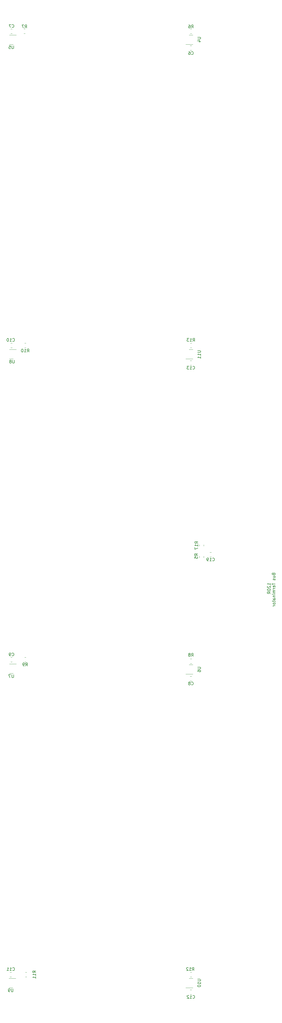
<source format=gbr>
%TF.GenerationSoftware,KiCad,Pcbnew,(6.0.6-0)*%
%TF.CreationDate,2022-11-06T01:46:37-08:00*%
%TF.ProjectId,Slave Board,536c6176-6520-4426-9f61-72642e6b6963,rev?*%
%TF.SameCoordinates,Original*%
%TF.FileFunction,Legend,Bot*%
%TF.FilePolarity,Positive*%
%FSLAX46Y46*%
G04 Gerber Fmt 4.6, Leading zero omitted, Abs format (unit mm)*
G04 Created by KiCad (PCBNEW (6.0.6-0)) date 2022-11-06 01:46:37*
%MOMM*%
%LPD*%
G01*
G04 APERTURE LIST*
%ADD10C,0.150000*%
%ADD11C,0.120000*%
G04 APERTURE END LIST*
D10*
X292509380Y-229338380D02*
X292509380Y-228766952D01*
X292509380Y-229052666D02*
X291509380Y-229052666D01*
X291652238Y-228957428D01*
X291747476Y-228862190D01*
X291795095Y-228766952D01*
X291604619Y-229719333D02*
X291557000Y-229766952D01*
X291509380Y-229862190D01*
X291509380Y-230100285D01*
X291557000Y-230195523D01*
X291604619Y-230243142D01*
X291699857Y-230290761D01*
X291795095Y-230290761D01*
X291937952Y-230243142D01*
X292509380Y-229671714D01*
X292509380Y-230290761D01*
X291509380Y-230909809D02*
X291509380Y-231005047D01*
X291557000Y-231100285D01*
X291604619Y-231147904D01*
X291699857Y-231195523D01*
X291890333Y-231243142D01*
X292128428Y-231243142D01*
X292318904Y-231195523D01*
X292414142Y-231147904D01*
X292461761Y-231100285D01*
X292509380Y-231005047D01*
X292509380Y-230909809D01*
X292461761Y-230814571D01*
X292414142Y-230766952D01*
X292318904Y-230719333D01*
X292128428Y-230671714D01*
X291890333Y-230671714D01*
X291699857Y-230719333D01*
X291604619Y-230766952D01*
X291557000Y-230814571D01*
X291509380Y-230909809D01*
X292509380Y-232243142D02*
X292033190Y-231909809D01*
X292509380Y-231671714D02*
X291509380Y-231671714D01*
X291509380Y-232052666D01*
X291557000Y-232147904D01*
X291604619Y-232195523D01*
X291699857Y-232243142D01*
X291842714Y-232243142D01*
X291937952Y-232195523D01*
X291985571Y-232147904D01*
X292033190Y-232052666D01*
X292033190Y-231671714D01*
X293595571Y-225743142D02*
X293643190Y-225886000D01*
X293690809Y-225933619D01*
X293786047Y-225981238D01*
X293928904Y-225981238D01*
X294024142Y-225933619D01*
X294071761Y-225886000D01*
X294119380Y-225790761D01*
X294119380Y-225409809D01*
X293119380Y-225409809D01*
X293119380Y-225743142D01*
X293167000Y-225838380D01*
X293214619Y-225886000D01*
X293309857Y-225933619D01*
X293405095Y-225933619D01*
X293500333Y-225886000D01*
X293547952Y-225838380D01*
X293595571Y-225743142D01*
X293595571Y-225409809D01*
X293452714Y-226838380D02*
X294119380Y-226838380D01*
X293452714Y-226409809D02*
X293976523Y-226409809D01*
X294071761Y-226457428D01*
X294119380Y-226552666D01*
X294119380Y-226695523D01*
X294071761Y-226790761D01*
X294024142Y-226838380D01*
X294071761Y-227266952D02*
X294119380Y-227362190D01*
X294119380Y-227552666D01*
X294071761Y-227647904D01*
X293976523Y-227695523D01*
X293928904Y-227695523D01*
X293833666Y-227647904D01*
X293786047Y-227552666D01*
X293786047Y-227409809D01*
X293738428Y-227314571D01*
X293643190Y-227266952D01*
X293595571Y-227266952D01*
X293500333Y-227314571D01*
X293452714Y-227409809D01*
X293452714Y-227552666D01*
X293500333Y-227647904D01*
X293119380Y-228743142D02*
X293119380Y-229314571D01*
X294119380Y-229028857D02*
X293119380Y-229028857D01*
X294071761Y-230028857D02*
X294119380Y-229933619D01*
X294119380Y-229743142D01*
X294071761Y-229647904D01*
X293976523Y-229600285D01*
X293595571Y-229600285D01*
X293500333Y-229647904D01*
X293452714Y-229743142D01*
X293452714Y-229933619D01*
X293500333Y-230028857D01*
X293595571Y-230076476D01*
X293690809Y-230076476D01*
X293786047Y-229600285D01*
X294119380Y-230505047D02*
X293452714Y-230505047D01*
X293643190Y-230505047D02*
X293547952Y-230552666D01*
X293500333Y-230600285D01*
X293452714Y-230695523D01*
X293452714Y-230790761D01*
X294119380Y-231124095D02*
X293452714Y-231124095D01*
X293547952Y-231124095D02*
X293500333Y-231171714D01*
X293452714Y-231266952D01*
X293452714Y-231409809D01*
X293500333Y-231505047D01*
X293595571Y-231552666D01*
X294119380Y-231552666D01*
X293595571Y-231552666D02*
X293500333Y-231600285D01*
X293452714Y-231695523D01*
X293452714Y-231838380D01*
X293500333Y-231933619D01*
X293595571Y-231981238D01*
X294119380Y-231981238D01*
X294119380Y-232457428D02*
X293452714Y-232457428D01*
X293119380Y-232457428D02*
X293167000Y-232409809D01*
X293214619Y-232457428D01*
X293167000Y-232505047D01*
X293119380Y-232457428D01*
X293214619Y-232457428D01*
X293452714Y-232933619D02*
X294119380Y-232933619D01*
X293547952Y-232933619D02*
X293500333Y-232981238D01*
X293452714Y-233076476D01*
X293452714Y-233219333D01*
X293500333Y-233314571D01*
X293595571Y-233362190D01*
X294119380Y-233362190D01*
X294119380Y-234266952D02*
X293595571Y-234266952D01*
X293500333Y-234219333D01*
X293452714Y-234124095D01*
X293452714Y-233933619D01*
X293500333Y-233838380D01*
X294071761Y-234266952D02*
X294119380Y-234171714D01*
X294119380Y-233933619D01*
X294071761Y-233838380D01*
X293976523Y-233790761D01*
X293881285Y-233790761D01*
X293786047Y-233838380D01*
X293738428Y-233933619D01*
X293738428Y-234171714D01*
X293690809Y-234266952D01*
X293452714Y-234600285D02*
X293452714Y-234981238D01*
X293119380Y-234743142D02*
X293976523Y-234743142D01*
X294071761Y-234790761D01*
X294119380Y-234886000D01*
X294119380Y-234981238D01*
X294119380Y-235457428D02*
X294071761Y-235362190D01*
X294024142Y-235314571D01*
X293928904Y-235266952D01*
X293643190Y-235266952D01*
X293547952Y-235314571D01*
X293500333Y-235362190D01*
X293452714Y-235457428D01*
X293452714Y-235600285D01*
X293500333Y-235695523D01*
X293547952Y-235743142D01*
X293643190Y-235790761D01*
X293928904Y-235790761D01*
X294024142Y-235743142D01*
X294071761Y-235695523D01*
X294119380Y-235600285D01*
X294119380Y-235457428D01*
X294119380Y-236219333D02*
X293452714Y-236219333D01*
X293643190Y-236219333D02*
X293547952Y-236266952D01*
X293500333Y-236314571D01*
X293452714Y-236409809D01*
X293452714Y-236505047D01*
%TO.C,U9*%
X206501904Y-364196380D02*
X206501904Y-365005904D01*
X206454285Y-365101142D01*
X206406666Y-365148761D01*
X206311428Y-365196380D01*
X206120952Y-365196380D01*
X206025714Y-365148761D01*
X205978095Y-365101142D01*
X205930476Y-365005904D01*
X205930476Y-364196380D01*
X205406666Y-365196380D02*
X205216190Y-365196380D01*
X205120952Y-365148761D01*
X205073333Y-365101142D01*
X204978095Y-364958285D01*
X204930476Y-364767809D01*
X204930476Y-364386857D01*
X204978095Y-364291619D01*
X205025714Y-364244000D01*
X205120952Y-364196380D01*
X205311428Y-364196380D01*
X205406666Y-364244000D01*
X205454285Y-364291619D01*
X205501904Y-364386857D01*
X205501904Y-364624952D01*
X205454285Y-364720190D01*
X205406666Y-364767809D01*
X205311428Y-364815428D01*
X205120952Y-364815428D01*
X205025714Y-364767809D01*
X204978095Y-364720190D01*
X204930476Y-364624952D01*
%TO.C,C10*%
X206375605Y-147931142D02*
X206423224Y-147978761D01*
X206566081Y-148026380D01*
X206661319Y-148026380D01*
X206804176Y-147978761D01*
X206899414Y-147883523D01*
X206947033Y-147788285D01*
X206994652Y-147597809D01*
X206994652Y-147454952D01*
X206947033Y-147264476D01*
X206899414Y-147169238D01*
X206804176Y-147074000D01*
X206661319Y-147026380D01*
X206566081Y-147026380D01*
X206423224Y-147074000D01*
X206375605Y-147121619D01*
X205423224Y-148026380D02*
X205994652Y-148026380D01*
X205708938Y-148026380D02*
X205708938Y-147026380D01*
X205804176Y-147169238D01*
X205899414Y-147264476D01*
X205994652Y-147312095D01*
X204804176Y-147026380D02*
X204708938Y-147026380D01*
X204613700Y-147074000D01*
X204566081Y-147121619D01*
X204518462Y-147216857D01*
X204470843Y-147407333D01*
X204470843Y-147645428D01*
X204518462Y-147835904D01*
X204566081Y-147931142D01*
X204613700Y-147978761D01*
X204708938Y-148026380D01*
X204804176Y-148026380D01*
X204899414Y-147978761D01*
X204947033Y-147931142D01*
X204994652Y-147835904D01*
X205042271Y-147645428D01*
X205042271Y-147407333D01*
X204994652Y-147216857D01*
X204947033Y-147121619D01*
X204899414Y-147074000D01*
X204804176Y-147026380D01*
%TO.C,C13*%
X266580857Y-157231142D02*
X266628476Y-157278761D01*
X266771333Y-157326380D01*
X266866571Y-157326380D01*
X267009428Y-157278761D01*
X267104666Y-157183523D01*
X267152285Y-157088285D01*
X267199904Y-156897809D01*
X267199904Y-156754952D01*
X267152285Y-156564476D01*
X267104666Y-156469238D01*
X267009428Y-156374000D01*
X266866571Y-156326380D01*
X266771333Y-156326380D01*
X266628476Y-156374000D01*
X266580857Y-156421619D01*
X265628476Y-157326380D02*
X266199904Y-157326380D01*
X265914190Y-157326380D02*
X265914190Y-156326380D01*
X266009428Y-156469238D01*
X266104666Y-156564476D01*
X266199904Y-156612095D01*
X265295142Y-156326380D02*
X264676095Y-156326380D01*
X265009428Y-156707333D01*
X264866571Y-156707333D01*
X264771333Y-156754952D01*
X264723714Y-156802571D01*
X264676095Y-156897809D01*
X264676095Y-157135904D01*
X264723714Y-157231142D01*
X264771333Y-157278761D01*
X264866571Y-157326380D01*
X265152285Y-157326380D01*
X265247523Y-157278761D01*
X265295142Y-157231142D01*
%TO.C,R13*%
X266580857Y-148026380D02*
X266914190Y-147550190D01*
X267152285Y-148026380D02*
X267152285Y-147026380D01*
X266771333Y-147026380D01*
X266676095Y-147074000D01*
X266628476Y-147121619D01*
X266580857Y-147216857D01*
X266580857Y-147359714D01*
X266628476Y-147454952D01*
X266676095Y-147502571D01*
X266771333Y-147550190D01*
X267152285Y-147550190D01*
X265628476Y-148026380D02*
X266199904Y-148026380D01*
X265914190Y-148026380D02*
X265914190Y-147026380D01*
X266009428Y-147169238D01*
X266104666Y-147264476D01*
X266199904Y-147312095D01*
X265295142Y-147026380D02*
X264676095Y-147026380D01*
X265009428Y-147407333D01*
X264866571Y-147407333D01*
X264771333Y-147454952D01*
X264723714Y-147502571D01*
X264676095Y-147597809D01*
X264676095Y-147835904D01*
X264723714Y-147931142D01*
X264771333Y-147978761D01*
X264866571Y-148026380D01*
X265152285Y-148026380D01*
X265247523Y-147978761D01*
X265295142Y-147931142D01*
%TO.C,R17*%
X268296380Y-215460342D02*
X267820190Y-215127009D01*
X268296380Y-214888914D02*
X267296380Y-214888914D01*
X267296380Y-215269866D01*
X267344000Y-215365104D01*
X267391619Y-215412723D01*
X267486857Y-215460342D01*
X267629714Y-215460342D01*
X267724952Y-215412723D01*
X267772571Y-215365104D01*
X267820190Y-215269866D01*
X267820190Y-214888914D01*
X268296380Y-216412723D02*
X268296380Y-215841295D01*
X268296380Y-216127009D02*
X267296380Y-216127009D01*
X267439238Y-216031771D01*
X267534476Y-215936533D01*
X267582095Y-215841295D01*
X267296380Y-216746057D02*
X267296380Y-217412723D01*
X268296380Y-216984152D01*
%TO.C,U10*%
X268184380Y-360973904D02*
X268993904Y-360973904D01*
X269089142Y-361021523D01*
X269136761Y-361069142D01*
X269184380Y-361164380D01*
X269184380Y-361354857D01*
X269136761Y-361450095D01*
X269089142Y-361497714D01*
X268993904Y-361545333D01*
X268184380Y-361545333D01*
X269184380Y-362545333D02*
X269184380Y-361973904D01*
X269184380Y-362259619D02*
X268184380Y-362259619D01*
X268327238Y-362164380D01*
X268422476Y-362069142D01*
X268470095Y-361973904D01*
X268184380Y-363164380D02*
X268184380Y-363259619D01*
X268232000Y-363354857D01*
X268279619Y-363402476D01*
X268374857Y-363450095D01*
X268565333Y-363497714D01*
X268803428Y-363497714D01*
X268993904Y-363450095D01*
X269089142Y-363402476D01*
X269136761Y-363354857D01*
X269184380Y-363259619D01*
X269184380Y-363164380D01*
X269136761Y-363069142D01*
X269089142Y-363021523D01*
X268993904Y-362973904D01*
X268803428Y-362926285D01*
X268565333Y-362926285D01*
X268374857Y-362973904D01*
X268279619Y-363021523D01*
X268232000Y-363069142D01*
X268184380Y-363164380D01*
%TO.C,U6*%
X268184380Y-256794095D02*
X268993904Y-256794095D01*
X269089142Y-256841714D01*
X269136761Y-256889333D01*
X269184380Y-256984571D01*
X269184380Y-257175047D01*
X269136761Y-257270285D01*
X269089142Y-257317904D01*
X268993904Y-257365523D01*
X268184380Y-257365523D01*
X268184380Y-258270285D02*
X268184380Y-258079809D01*
X268232000Y-257984571D01*
X268279619Y-257936952D01*
X268422476Y-257841714D01*
X268612952Y-257794095D01*
X268993904Y-257794095D01*
X269089142Y-257841714D01*
X269136761Y-257889333D01*
X269184380Y-257984571D01*
X269184380Y-258175047D01*
X269136761Y-258270285D01*
X269089142Y-258317904D01*
X268993904Y-258365523D01*
X268755809Y-258365523D01*
X268660571Y-258317904D01*
X268612952Y-258270285D01*
X268565333Y-258175047D01*
X268565333Y-257984571D01*
X268612952Y-257889333D01*
X268660571Y-257841714D01*
X268755809Y-257794095D01*
%TO.C,U5*%
X206681904Y-49284380D02*
X206681904Y-50093904D01*
X206634285Y-50189142D01*
X206586666Y-50236761D01*
X206491428Y-50284380D01*
X206300952Y-50284380D01*
X206205714Y-50236761D01*
X206158095Y-50189142D01*
X206110476Y-50093904D01*
X206110476Y-49284380D01*
X205158095Y-49284380D02*
X205634285Y-49284380D01*
X205681904Y-49760571D01*
X205634285Y-49712952D01*
X205539047Y-49665333D01*
X205300952Y-49665333D01*
X205205714Y-49712952D01*
X205158095Y-49760571D01*
X205110476Y-49855809D01*
X205110476Y-50093904D01*
X205158095Y-50189142D01*
X205205714Y-50236761D01*
X205300952Y-50284380D01*
X205539047Y-50284380D01*
X205634285Y-50236761D01*
X205681904Y-50189142D01*
%TO.C,C19*%
X273184857Y-221239142D02*
X273232476Y-221286761D01*
X273375333Y-221334380D01*
X273470571Y-221334380D01*
X273613428Y-221286761D01*
X273708666Y-221191523D01*
X273756285Y-221096285D01*
X273803904Y-220905809D01*
X273803904Y-220762952D01*
X273756285Y-220572476D01*
X273708666Y-220477238D01*
X273613428Y-220382000D01*
X273470571Y-220334380D01*
X273375333Y-220334380D01*
X273232476Y-220382000D01*
X273184857Y-220429619D01*
X272232476Y-221334380D02*
X272803904Y-221334380D01*
X272518190Y-221334380D02*
X272518190Y-220334380D01*
X272613428Y-220477238D01*
X272708666Y-220572476D01*
X272803904Y-220620095D01*
X271756285Y-221334380D02*
X271565809Y-221334380D01*
X271470571Y-221286761D01*
X271422952Y-221239142D01*
X271327714Y-221096285D01*
X271280095Y-220905809D01*
X271280095Y-220524857D01*
X271327714Y-220429619D01*
X271375333Y-220382000D01*
X271470571Y-220334380D01*
X271661047Y-220334380D01*
X271756285Y-220382000D01*
X271803904Y-220429619D01*
X271851523Y-220524857D01*
X271851523Y-220762952D01*
X271803904Y-220858190D01*
X271756285Y-220905809D01*
X271661047Y-220953428D01*
X271470571Y-220953428D01*
X271375333Y-220905809D01*
X271327714Y-220858190D01*
X271280095Y-220762952D01*
%TO.C,U7*%
X206681904Y-259284380D02*
X206681904Y-260093904D01*
X206634285Y-260189142D01*
X206586666Y-260236761D01*
X206491428Y-260284380D01*
X206300952Y-260284380D01*
X206205714Y-260236761D01*
X206158095Y-260189142D01*
X206110476Y-260093904D01*
X206110476Y-259284380D01*
X205729523Y-259284380D02*
X205062857Y-259284380D01*
X205491428Y-260284380D01*
%TO.C,R6*%
X266104666Y-43378380D02*
X266438000Y-42902190D01*
X266676095Y-43378380D02*
X266676095Y-42378380D01*
X266295142Y-42378380D01*
X266199904Y-42426000D01*
X266152285Y-42473619D01*
X266104666Y-42568857D01*
X266104666Y-42711714D01*
X266152285Y-42806952D01*
X266199904Y-42854571D01*
X266295142Y-42902190D01*
X266676095Y-42902190D01*
X265247523Y-42378380D02*
X265438000Y-42378380D01*
X265533238Y-42426000D01*
X265580857Y-42473619D01*
X265676095Y-42616476D01*
X265723714Y-42806952D01*
X265723714Y-43187904D01*
X265676095Y-43283142D01*
X265628476Y-43330761D01*
X265533238Y-43378380D01*
X265342761Y-43378380D01*
X265247523Y-43330761D01*
X265199904Y-43283142D01*
X265152285Y-43187904D01*
X265152285Y-42949809D01*
X265199904Y-42854571D01*
X265247523Y-42806952D01*
X265342761Y-42759333D01*
X265533238Y-42759333D01*
X265628476Y-42806952D01*
X265676095Y-42854571D01*
X265723714Y-42949809D01*
%TO.C,C11*%
X206382857Y-357989142D02*
X206430476Y-358036761D01*
X206573333Y-358084380D01*
X206668571Y-358084380D01*
X206811428Y-358036761D01*
X206906666Y-357941523D01*
X206954285Y-357846285D01*
X207001904Y-357655809D01*
X207001904Y-357512952D01*
X206954285Y-357322476D01*
X206906666Y-357227238D01*
X206811428Y-357132000D01*
X206668571Y-357084380D01*
X206573333Y-357084380D01*
X206430476Y-357132000D01*
X206382857Y-357179619D01*
X205430476Y-358084380D02*
X206001904Y-358084380D01*
X205716190Y-358084380D02*
X205716190Y-357084380D01*
X205811428Y-357227238D01*
X205906666Y-357322476D01*
X206001904Y-357370095D01*
X204478095Y-358084380D02*
X205049523Y-358084380D01*
X204763809Y-358084380D02*
X204763809Y-357084380D01*
X204859047Y-357227238D01*
X204954285Y-357322476D01*
X205049523Y-357370095D01*
%TO.C,U4*%
X268184380Y-46482095D02*
X268993904Y-46482095D01*
X269089142Y-46529714D01*
X269136761Y-46577333D01*
X269184380Y-46672571D01*
X269184380Y-46863047D01*
X269136761Y-46958285D01*
X269089142Y-47005904D01*
X268993904Y-47053523D01*
X268184380Y-47053523D01*
X268517714Y-47958285D02*
X269184380Y-47958285D01*
X268136761Y-47720190D02*
X268851047Y-47482095D01*
X268851047Y-48101142D01*
%TO.C,R11*%
X214066380Y-358767142D02*
X213590190Y-358433809D01*
X214066380Y-358195714D02*
X213066380Y-358195714D01*
X213066380Y-358576666D01*
X213114000Y-358671904D01*
X213161619Y-358719523D01*
X213256857Y-358767142D01*
X213399714Y-358767142D01*
X213494952Y-358719523D01*
X213542571Y-358671904D01*
X213590190Y-358576666D01*
X213590190Y-358195714D01*
X214066380Y-359719523D02*
X214066380Y-359148095D01*
X214066380Y-359433809D02*
X213066380Y-359433809D01*
X213209238Y-359338571D01*
X213304476Y-359243333D01*
X213352095Y-359148095D01*
X214066380Y-360671904D02*
X214066380Y-360100476D01*
X214066380Y-360386190D02*
X213066380Y-360386190D01*
X213209238Y-360290952D01*
X213304476Y-360195714D01*
X213352095Y-360100476D01*
%TO.C,C12*%
X266580857Y-367289142D02*
X266628476Y-367336761D01*
X266771333Y-367384380D01*
X266866571Y-367384380D01*
X267009428Y-367336761D01*
X267104666Y-367241523D01*
X267152285Y-367146285D01*
X267199904Y-366955809D01*
X267199904Y-366812952D01*
X267152285Y-366622476D01*
X267104666Y-366527238D01*
X267009428Y-366432000D01*
X266866571Y-366384380D01*
X266771333Y-366384380D01*
X266628476Y-366432000D01*
X266580857Y-366479619D01*
X265628476Y-367384380D02*
X266199904Y-367384380D01*
X265914190Y-367384380D02*
X265914190Y-366384380D01*
X266009428Y-366527238D01*
X266104666Y-366622476D01*
X266199904Y-366670095D01*
X265247523Y-366479619D02*
X265199904Y-366432000D01*
X265104666Y-366384380D01*
X264866571Y-366384380D01*
X264771333Y-366432000D01*
X264723714Y-366479619D01*
X264676095Y-366574857D01*
X264676095Y-366670095D01*
X264723714Y-366812952D01*
X265295142Y-367384380D01*
X264676095Y-367384380D01*
%TO.C,U8*%
X206935904Y-154284380D02*
X206935904Y-155093904D01*
X206888285Y-155189142D01*
X206840666Y-155236761D01*
X206745428Y-155284380D01*
X206554952Y-155284380D01*
X206459714Y-155236761D01*
X206412095Y-155189142D01*
X206364476Y-155093904D01*
X206364476Y-154284380D01*
X205745428Y-154712952D02*
X205840666Y-154665333D01*
X205888285Y-154617714D01*
X205935904Y-154522476D01*
X205935904Y-154474857D01*
X205888285Y-154379619D01*
X205840666Y-154332000D01*
X205745428Y-154284380D01*
X205554952Y-154284380D01*
X205459714Y-154332000D01*
X205412095Y-154379619D01*
X205364476Y-154474857D01*
X205364476Y-154522476D01*
X205412095Y-154617714D01*
X205459714Y-154665333D01*
X205554952Y-154712952D01*
X205745428Y-154712952D01*
X205840666Y-154760571D01*
X205888285Y-154808190D01*
X205935904Y-154903428D01*
X205935904Y-155093904D01*
X205888285Y-155189142D01*
X205840666Y-155236761D01*
X205745428Y-155284380D01*
X205554952Y-155284380D01*
X205459714Y-155236761D01*
X205412095Y-155189142D01*
X205364476Y-155093904D01*
X205364476Y-154903428D01*
X205412095Y-154808190D01*
X205459714Y-154760571D01*
X205554952Y-154712952D01*
%TO.C,R5*%
X268168380Y-219543333D02*
X267692190Y-219210000D01*
X268168380Y-218971904D02*
X267168380Y-218971904D01*
X267168380Y-219352857D01*
X267216000Y-219448095D01*
X267263619Y-219495714D01*
X267358857Y-219543333D01*
X267501714Y-219543333D01*
X267596952Y-219495714D01*
X267644571Y-219448095D01*
X267692190Y-219352857D01*
X267692190Y-218971904D01*
X267168380Y-220448095D02*
X267168380Y-219971904D01*
X267644571Y-219924285D01*
X267596952Y-219971904D01*
X267549333Y-220067142D01*
X267549333Y-220305238D01*
X267596952Y-220400476D01*
X267644571Y-220448095D01*
X267739809Y-220495714D01*
X267977904Y-220495714D01*
X268073142Y-220448095D01*
X268120761Y-220400476D01*
X268168380Y-220305238D01*
X268168380Y-220067142D01*
X268120761Y-219971904D01*
X268073142Y-219924285D01*
%TO.C,C9*%
X206160666Y-252931142D02*
X206208285Y-252978761D01*
X206351142Y-253026380D01*
X206446380Y-253026380D01*
X206589238Y-252978761D01*
X206684476Y-252883523D01*
X206732095Y-252788285D01*
X206779714Y-252597809D01*
X206779714Y-252454952D01*
X206732095Y-252264476D01*
X206684476Y-252169238D01*
X206589238Y-252074000D01*
X206446380Y-252026380D01*
X206351142Y-252026380D01*
X206208285Y-252074000D01*
X206160666Y-252121619D01*
X205684476Y-253026380D02*
X205494000Y-253026380D01*
X205398761Y-252978761D01*
X205351142Y-252931142D01*
X205255904Y-252788285D01*
X205208285Y-252597809D01*
X205208285Y-252216857D01*
X205255904Y-252121619D01*
X205303523Y-252074000D01*
X205398761Y-252026380D01*
X205589238Y-252026380D01*
X205684476Y-252074000D01*
X205732095Y-252121619D01*
X205779714Y-252216857D01*
X205779714Y-252454952D01*
X205732095Y-252550190D01*
X205684476Y-252597809D01*
X205589238Y-252645428D01*
X205398761Y-252645428D01*
X205303523Y-252597809D01*
X205255904Y-252550190D01*
X205208285Y-252454952D01*
%TO.C,R12*%
X266353793Y-358084380D02*
X266687126Y-357608190D01*
X266925221Y-358084380D02*
X266925221Y-357084380D01*
X266544269Y-357084380D01*
X266449031Y-357132000D01*
X266401412Y-357179619D01*
X266353793Y-357274857D01*
X266353793Y-357417714D01*
X266401412Y-357512952D01*
X266449031Y-357560571D01*
X266544269Y-357608190D01*
X266925221Y-357608190D01*
X265401412Y-358084380D02*
X265972840Y-358084380D01*
X265687126Y-358084380D02*
X265687126Y-357084380D01*
X265782364Y-357227238D01*
X265877602Y-357322476D01*
X265972840Y-357370095D01*
X265020459Y-357179619D02*
X264972840Y-357132000D01*
X264877602Y-357084380D01*
X264639507Y-357084380D01*
X264544269Y-357132000D01*
X264496650Y-357179619D01*
X264449031Y-357274857D01*
X264449031Y-357370095D01*
X264496650Y-357512952D01*
X265068078Y-358084380D01*
X264449031Y-358084380D01*
%TO.C,U11*%
X268184380Y-151161904D02*
X268993904Y-151161904D01*
X269089142Y-151209523D01*
X269136761Y-151257142D01*
X269184380Y-151352380D01*
X269184380Y-151542857D01*
X269136761Y-151638095D01*
X269089142Y-151685714D01*
X268993904Y-151733333D01*
X268184380Y-151733333D01*
X269184380Y-152733333D02*
X269184380Y-152161904D01*
X269184380Y-152447619D02*
X268184380Y-152447619D01*
X268327238Y-152352380D01*
X268422476Y-152257142D01*
X268470095Y-152161904D01*
X269184380Y-153685714D02*
X269184380Y-153114285D01*
X269184380Y-153400000D02*
X268184380Y-153400000D01*
X268327238Y-153304761D01*
X268422476Y-153209523D01*
X268470095Y-153114285D01*
%TO.C,C6*%
X266104666Y-52173142D02*
X266152285Y-52220761D01*
X266295142Y-52268380D01*
X266390380Y-52268380D01*
X266533238Y-52220761D01*
X266628476Y-52125523D01*
X266676095Y-52030285D01*
X266723714Y-51839809D01*
X266723714Y-51696952D01*
X266676095Y-51506476D01*
X266628476Y-51411238D01*
X266533238Y-51316000D01*
X266390380Y-51268380D01*
X266295142Y-51268380D01*
X266152285Y-51316000D01*
X266104666Y-51363619D01*
X265247523Y-51268380D02*
X265438000Y-51268380D01*
X265533238Y-51316000D01*
X265580857Y-51363619D01*
X265676095Y-51506476D01*
X265723714Y-51696952D01*
X265723714Y-52077904D01*
X265676095Y-52173142D01*
X265628476Y-52220761D01*
X265533238Y-52268380D01*
X265342761Y-52268380D01*
X265247523Y-52220761D01*
X265199904Y-52173142D01*
X265152285Y-52077904D01*
X265152285Y-51839809D01*
X265199904Y-51744571D01*
X265247523Y-51696952D01*
X265342761Y-51649333D01*
X265533238Y-51649333D01*
X265628476Y-51696952D01*
X265676095Y-51744571D01*
X265723714Y-51839809D01*
%TO.C,R7*%
X210478666Y-43378380D02*
X210812000Y-42902190D01*
X211050095Y-43378380D02*
X211050095Y-42378380D01*
X210669142Y-42378380D01*
X210573904Y-42426000D01*
X210526285Y-42473619D01*
X210478666Y-42568857D01*
X210478666Y-42711714D01*
X210526285Y-42806952D01*
X210573904Y-42854571D01*
X210669142Y-42902190D01*
X211050095Y-42902190D01*
X210145333Y-42378380D02*
X209478666Y-42378380D01*
X209907238Y-43378380D01*
%TO.C,R10*%
X211208857Y-151582380D02*
X211542190Y-151106190D01*
X211780285Y-151582380D02*
X211780285Y-150582380D01*
X211399333Y-150582380D01*
X211304095Y-150630000D01*
X211256476Y-150677619D01*
X211208857Y-150772857D01*
X211208857Y-150915714D01*
X211256476Y-151010952D01*
X211304095Y-151058571D01*
X211399333Y-151106190D01*
X211780285Y-151106190D01*
X210256476Y-151582380D02*
X210827904Y-151582380D01*
X210542190Y-151582380D02*
X210542190Y-150582380D01*
X210637428Y-150725238D01*
X210732666Y-150820476D01*
X210827904Y-150868095D01*
X209637428Y-150582380D02*
X209542190Y-150582380D01*
X209446952Y-150630000D01*
X209399333Y-150677619D01*
X209351714Y-150772857D01*
X209304095Y-150963333D01*
X209304095Y-151201428D01*
X209351714Y-151391904D01*
X209399333Y-151487142D01*
X209446952Y-151534761D01*
X209542190Y-151582380D01*
X209637428Y-151582380D01*
X209732666Y-151534761D01*
X209780285Y-151487142D01*
X209827904Y-151391904D01*
X209875523Y-151201428D01*
X209875523Y-150963333D01*
X209827904Y-150772857D01*
X209780285Y-150677619D01*
X209732666Y-150630000D01*
X209637428Y-150582380D01*
%TO.C,C8*%
X266104666Y-262641142D02*
X266152285Y-262688761D01*
X266295142Y-262736380D01*
X266390380Y-262736380D01*
X266533238Y-262688761D01*
X266628476Y-262593523D01*
X266676095Y-262498285D01*
X266723714Y-262307809D01*
X266723714Y-262164952D01*
X266676095Y-261974476D01*
X266628476Y-261879238D01*
X266533238Y-261784000D01*
X266390380Y-261736380D01*
X266295142Y-261736380D01*
X266152285Y-261784000D01*
X266104666Y-261831619D01*
X265533238Y-262164952D02*
X265628476Y-262117333D01*
X265676095Y-262069714D01*
X265723714Y-261974476D01*
X265723714Y-261926857D01*
X265676095Y-261831619D01*
X265628476Y-261784000D01*
X265533238Y-261736380D01*
X265342761Y-261736380D01*
X265247523Y-261784000D01*
X265199904Y-261831619D01*
X265152285Y-261926857D01*
X265152285Y-261974476D01*
X265199904Y-262069714D01*
X265247523Y-262117333D01*
X265342761Y-262164952D01*
X265533238Y-262164952D01*
X265628476Y-262212571D01*
X265676095Y-262260190D01*
X265723714Y-262355428D01*
X265723714Y-262545904D01*
X265676095Y-262641142D01*
X265628476Y-262688761D01*
X265533238Y-262736380D01*
X265342761Y-262736380D01*
X265247523Y-262688761D01*
X265199904Y-262641142D01*
X265152285Y-262545904D01*
X265152285Y-262355428D01*
X265199904Y-262260190D01*
X265247523Y-262212571D01*
X265342761Y-262164952D01*
%TO.C,R8*%
X266104666Y-253182380D02*
X266438000Y-252706190D01*
X266676095Y-253182380D02*
X266676095Y-252182380D01*
X266295142Y-252182380D01*
X266199904Y-252230000D01*
X266152285Y-252277619D01*
X266104666Y-252372857D01*
X266104666Y-252515714D01*
X266152285Y-252610952D01*
X266199904Y-252658571D01*
X266295142Y-252706190D01*
X266676095Y-252706190D01*
X265533238Y-252610952D02*
X265628476Y-252563333D01*
X265676095Y-252515714D01*
X265723714Y-252420476D01*
X265723714Y-252372857D01*
X265676095Y-252277619D01*
X265628476Y-252230000D01*
X265533238Y-252182380D01*
X265342761Y-252182380D01*
X265247523Y-252230000D01*
X265199904Y-252277619D01*
X265152285Y-252372857D01*
X265152285Y-252420476D01*
X265199904Y-252515714D01*
X265247523Y-252563333D01*
X265342761Y-252610952D01*
X265533238Y-252610952D01*
X265628476Y-252658571D01*
X265676095Y-252706190D01*
X265723714Y-252801428D01*
X265723714Y-252991904D01*
X265676095Y-253087142D01*
X265628476Y-253134761D01*
X265533238Y-253182380D01*
X265342761Y-253182380D01*
X265247523Y-253134761D01*
X265199904Y-253087142D01*
X265152285Y-252991904D01*
X265152285Y-252801428D01*
X265199904Y-252706190D01*
X265247523Y-252658571D01*
X265342761Y-252610952D01*
%TO.C,C7*%
X206160666Y-43127142D02*
X206208285Y-43174761D01*
X206351142Y-43222380D01*
X206446380Y-43222380D01*
X206589238Y-43174761D01*
X206684476Y-43079523D01*
X206732095Y-42984285D01*
X206779714Y-42793809D01*
X206779714Y-42650952D01*
X206732095Y-42460476D01*
X206684476Y-42365238D01*
X206589238Y-42270000D01*
X206446380Y-42222380D01*
X206351142Y-42222380D01*
X206208285Y-42270000D01*
X206160666Y-42317619D01*
X205827333Y-42222380D02*
X205160666Y-42222380D01*
X205589238Y-43222380D01*
%TO.C,R9*%
X210732666Y-256356380D02*
X211066000Y-255880190D01*
X211304095Y-256356380D02*
X211304095Y-255356380D01*
X210923142Y-255356380D01*
X210827904Y-255404000D01*
X210780285Y-255451619D01*
X210732666Y-255546857D01*
X210732666Y-255689714D01*
X210780285Y-255784952D01*
X210827904Y-255832571D01*
X210923142Y-255880190D01*
X211304095Y-255880190D01*
X210256476Y-256356380D02*
X210066000Y-256356380D01*
X209970761Y-256308761D01*
X209923142Y-256261142D01*
X209827904Y-256118285D01*
X209780285Y-255927809D01*
X209780285Y-255546857D01*
X209827904Y-255451619D01*
X209875523Y-255404000D01*
X209970761Y-255356380D01*
X210161238Y-255356380D01*
X210256476Y-255404000D01*
X210304095Y-255451619D01*
X210351714Y-255546857D01*
X210351714Y-255784952D01*
X210304095Y-255880190D01*
X210256476Y-255927809D01*
X210161238Y-255975428D01*
X209970761Y-255975428D01*
X209875523Y-255927809D01*
X209827904Y-255880190D01*
X209780285Y-255784952D01*
D11*
%TO.C,U9*%
X205740000Y-360732000D02*
X205090000Y-360732000D01*
X205740000Y-363852000D02*
X205090000Y-363852000D01*
X205740000Y-363852000D02*
X206390000Y-363852000D01*
X205740000Y-360732000D02*
X207415000Y-360732000D01*
%TO.C,C10*%
X206255252Y-148617000D02*
X205732748Y-148617000D01*
X206255252Y-150087000D02*
X205732748Y-150087000D01*
%TO.C,C13*%
X265676748Y-155929000D02*
X266199252Y-155929000D01*
X265676748Y-154459000D02*
X266199252Y-154459000D01*
%TO.C,R13*%
X265710936Y-148617000D02*
X266165064Y-148617000D01*
X265710936Y-150087000D02*
X266165064Y-150087000D01*
%TO.C,R17*%
X270229000Y-215876136D02*
X270229000Y-216330264D01*
X268759000Y-215876136D02*
X268759000Y-216330264D01*
%TO.C,U10*%
X265920000Y-360732000D02*
X266570000Y-360732000D01*
X265920000Y-363852000D02*
X266570000Y-363852000D01*
X265920000Y-363852000D02*
X264245000Y-363852000D01*
X265920000Y-360732000D02*
X265270000Y-360732000D01*
%TO.C,U6*%
X265920000Y-255996000D02*
X265270000Y-255996000D01*
X265920000Y-259116000D02*
X264245000Y-259116000D01*
X265920000Y-255996000D02*
X266570000Y-255996000D01*
X265920000Y-259116000D02*
X266570000Y-259116000D01*
%TO.C,U5*%
X205920000Y-45732000D02*
X207595000Y-45732000D01*
X205920000Y-48852000D02*
X206570000Y-48852000D01*
X205920000Y-45732000D02*
X205270000Y-45732000D01*
X205920000Y-48852000D02*
X205270000Y-48852000D01*
%TO.C,C19*%
X272280748Y-218467000D02*
X272803252Y-218467000D01*
X272280748Y-219937000D02*
X272803252Y-219937000D01*
%TO.C,U7*%
X205920000Y-255732000D02*
X205270000Y-255732000D01*
X205920000Y-255732000D02*
X207595000Y-255732000D01*
X205920000Y-258852000D02*
X206570000Y-258852000D01*
X205920000Y-258852000D02*
X205270000Y-258852000D01*
%TO.C,R6*%
X265710936Y-43715000D02*
X266165064Y-43715000D01*
X265710936Y-45185000D02*
X266165064Y-45185000D01*
%TO.C,C11*%
X206001252Y-358675000D02*
X205478748Y-358675000D01*
X206001252Y-360145000D02*
X205478748Y-360145000D01*
%TO.C,U4*%
X265920000Y-45732000D02*
X266570000Y-45732000D01*
X265920000Y-48852000D02*
X264245000Y-48852000D01*
X265920000Y-48852000D02*
X266570000Y-48852000D01*
X265920000Y-45732000D02*
X265270000Y-45732000D01*
%TO.C,R11*%
X210592936Y-358675000D02*
X211047064Y-358675000D01*
X210592936Y-360145000D02*
X211047064Y-360145000D01*
%TO.C,C12*%
X265676748Y-365987000D02*
X266199252Y-365987000D01*
X265676748Y-364517000D02*
X266199252Y-364517000D01*
%TO.C,U8*%
X205920000Y-153852000D02*
X206570000Y-153852000D01*
X205920000Y-150732000D02*
X207595000Y-150732000D01*
X205920000Y-153852000D02*
X205270000Y-153852000D01*
X205920000Y-150732000D02*
X205270000Y-150732000D01*
%TO.C,R5*%
X268759000Y-220191064D02*
X268759000Y-219736936D01*
X270229000Y-220191064D02*
X270229000Y-219736936D01*
%TO.C,C9*%
X206255252Y-253519000D02*
X205732748Y-253519000D01*
X206255252Y-254989000D02*
X205732748Y-254989000D01*
%TO.C,R12*%
X265710936Y-358675000D02*
X266165064Y-358675000D01*
X265710936Y-360145000D02*
X266165064Y-360145000D01*
%TO.C,U11*%
X265920000Y-150732000D02*
X265270000Y-150732000D01*
X265920000Y-153852000D02*
X266570000Y-153852000D01*
X265920000Y-150732000D02*
X266570000Y-150732000D01*
X265920000Y-153852000D02*
X264245000Y-153852000D01*
%TO.C,C6*%
X265676748Y-50773000D02*
X266199252Y-50773000D01*
X265676748Y-49303000D02*
X266199252Y-49303000D01*
%TO.C,R7*%
X210084936Y-43715000D02*
X210539064Y-43715000D01*
X210084936Y-45185000D02*
X210539064Y-45185000D01*
%TO.C,R10*%
X210338936Y-150087000D02*
X210793064Y-150087000D01*
X210338936Y-148617000D02*
X210793064Y-148617000D01*
%TO.C,C8*%
X265676748Y-259869000D02*
X266199252Y-259869000D01*
X265676748Y-261339000D02*
X266199252Y-261339000D01*
%TO.C,R8*%
X265710936Y-255497000D02*
X266165064Y-255497000D01*
X265710936Y-254027000D02*
X266165064Y-254027000D01*
%TO.C,C7*%
X206255252Y-45185000D02*
X205732748Y-45185000D01*
X206255252Y-43715000D02*
X205732748Y-43715000D01*
%TO.C,R9*%
X210338936Y-254989000D02*
X210793064Y-254989000D01*
X210338936Y-253519000D02*
X210793064Y-253519000D01*
%TD*%
M02*

</source>
